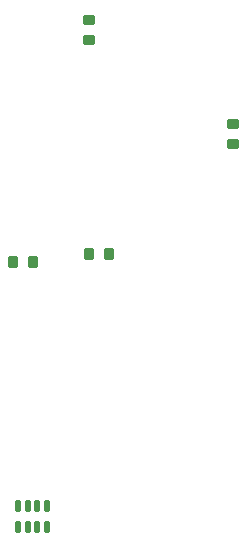
<source format=gbp>
G04*
G04 #@! TF.GenerationSoftware,Altium Limited,Altium Designer,20.2.7 (254)*
G04*
G04 Layer_Color=128*
%FSLAX25Y25*%
%MOIN*%
G70*
G04*
G04 #@! TF.SameCoordinates,FBE84B92-D195-4989-AC34-508FE9173FC9*
G04*
G04*
G04 #@! TF.FilePolarity,Positive*
G04*
G01*
G75*
G04:AMPARAMS|DCode=17|XSize=39.37mil|YSize=35.43mil|CornerRadius=4.43mil|HoleSize=0mil|Usage=FLASHONLY|Rotation=270.000|XOffset=0mil|YOffset=0mil|HoleType=Round|Shape=RoundedRectangle|*
%AMROUNDEDRECTD17*
21,1,0.03937,0.02657,0,0,270.0*
21,1,0.03051,0.03543,0,0,270.0*
1,1,0.00886,-0.01329,-0.01526*
1,1,0.00886,-0.01329,0.01526*
1,1,0.00886,0.01329,0.01526*
1,1,0.00886,0.01329,-0.01526*
%
%ADD17ROUNDEDRECTD17*%
G04:AMPARAMS|DCode=18|XSize=39.37mil|YSize=35.43mil|CornerRadius=4.43mil|HoleSize=0mil|Usage=FLASHONLY|Rotation=180.000|XOffset=0mil|YOffset=0mil|HoleType=Round|Shape=RoundedRectangle|*
%AMROUNDEDRECTD18*
21,1,0.03937,0.02657,0,0,180.0*
21,1,0.03051,0.03543,0,0,180.0*
1,1,0.00886,-0.01526,0.01329*
1,1,0.00886,0.01526,0.01329*
1,1,0.00886,0.01526,-0.01329*
1,1,0.00886,-0.01526,-0.01329*
%
%ADD18ROUNDEDRECTD18*%
G04:AMPARAMS|DCode=78|XSize=37.4mil|YSize=19.68mil|CornerRadius=2.46mil|HoleSize=0mil|Usage=FLASHONLY|Rotation=90.000|XOffset=0mil|YOffset=0mil|HoleType=Round|Shape=RoundedRectangle|*
%AMROUNDEDRECTD78*
21,1,0.03740,0.01476,0,0,90.0*
21,1,0.03248,0.01968,0,0,90.0*
1,1,0.00492,0.00738,0.01624*
1,1,0.00492,0.00738,-0.01624*
1,1,0.00492,-0.00738,-0.01624*
1,1,0.00492,-0.00738,0.01624*
%
%ADD78ROUNDEDRECTD78*%
D17*
X168110Y273228D02*
D03*
X161417D02*
D03*
X186683Y275781D02*
D03*
X193376D02*
D03*
D18*
X186614Y353740D02*
D03*
Y347047D02*
D03*
X234646Y319213D02*
D03*
Y312520D02*
D03*
D78*
X163205Y184833D02*
D03*
X166354D02*
D03*
X169504D02*
D03*
X172653D02*
D03*
Y191920D02*
D03*
X169504D02*
D03*
X166354D02*
D03*
X163205D02*
D03*
M02*

</source>
